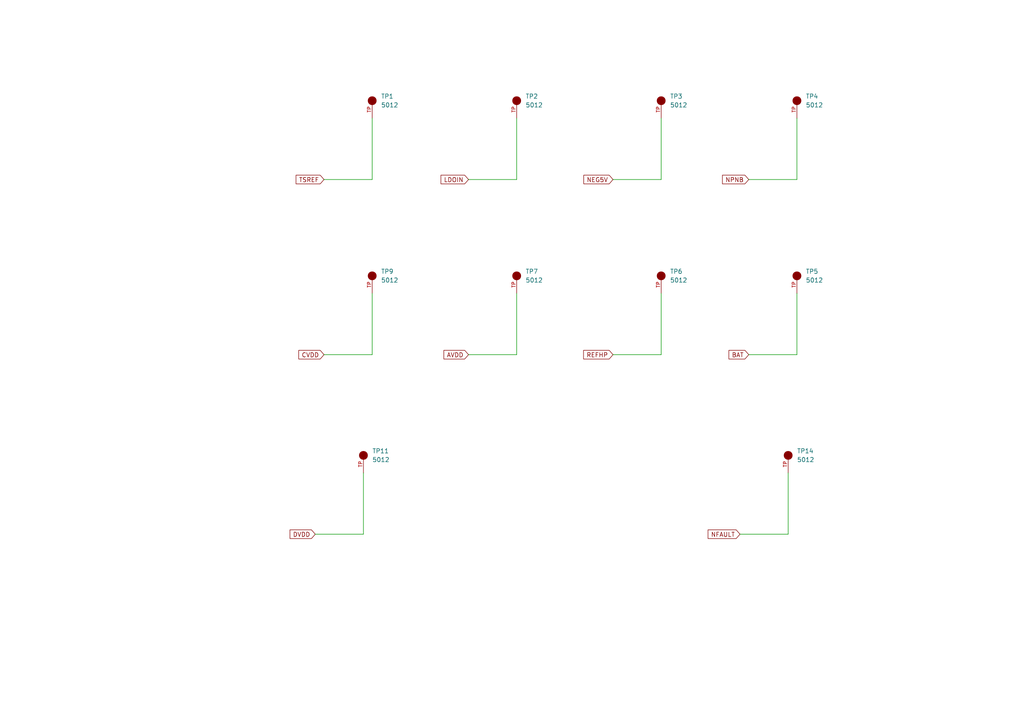
<source format=kicad_sch>
(kicad_sch
	(version 20231120)
	(generator "eeschema")
	(generator_version "8.0")
	(uuid "327a09c6-b285-4f6c-be87-704e843d6e15")
	(paper "A4")
	(lib_symbols
		(symbol "5012:5012"
			(pin_names
				(offset 1.016)
			)
			(exclude_from_sim no)
			(in_bom yes)
			(on_board yes)
			(property "Reference" "TP"
				(at -2.5444 2.5415 0)
				(effects
					(font
						(size 1.27 1.27)
					)
					(justify left bottom)
				)
			)
			(property "Value" "5012"
				(at -2.55 -5.0866 0)
				(effects
					(font
						(size 1.27 1.27)
					)
					(justify left bottom)
				)
			)
			(property "Footprint" "5012:TP_5012"
				(at 0 0 0)
				(effects
					(font
						(size 1.27 1.27)
					)
					(justify bottom)
					(hide yes)
				)
			)
			(property "Datasheet" ""
				(at 0 0 0)
				(effects
					(font
						(size 1.27 1.27)
					)
					(hide yes)
				)
			)
			(property "Description" ""
				(at 0 0 0)
				(effects
					(font
						(size 1.27 1.27)
					)
					(hide yes)
				)
			)
			(property "PARTREV" "F"
				(at 0 0 0)
				(effects
					(font
						(size 1.27 1.27)
					)
					(justify bottom)
					(hide yes)
				)
			)
			(property "SNAPEDA_PN" "5010"
				(at 0 0 0)
				(effects
					(font
						(size 1.27 1.27)
					)
					(justify bottom)
					(hide yes)
				)
			)
			(property "MANUFACTURER" "Keystone Electronics"
				(at 0 0 0)
				(effects
					(font
						(size 1.27 1.27)
					)
					(justify bottom)
					(hide yes)
				)
			)
			(property "MAXIMUM_PACKAGE_HEIGHT" "8.13 mm"
				(at 0 0 0)
				(effects
					(font
						(size 1.27 1.27)
					)
					(justify bottom)
					(hide yes)
				)
			)
			(property "STANDARD" "Manufacturer Recommendations"
				(at 0 0 0)
				(effects
					(font
						(size 1.27 1.27)
					)
					(justify bottom)
					(hide yes)
				)
			)
			(symbol "5012_0_0"
				(circle
					(center 0 0)
					(radius 0.635)
					(stroke
						(width 1.27)
						(type default)
					)
					(fill
						(type none)
					)
				)
				(pin passive line
					(at -5.08 0 0)
					(length 5.08)
					(name "~"
						(effects
							(font
								(size 1.016 1.016)
							)
						)
					)
					(number "TP"
						(effects
							(font
								(size 1.016 1.016)
							)
						)
					)
				)
			)
		)
	)
	(wire
		(pts
			(xy 228.6 137.16) (xy 228.6 154.94)
		)
		(stroke
			(width 0)
			(type default)
		)
		(uuid "1815d0b0-2095-48ec-8e01-22e9ba7450e7")
	)
	(wire
		(pts
			(xy 191.77 85.09) (xy 191.77 102.87)
		)
		(stroke
			(width 0)
			(type default)
		)
		(uuid "1872c6e0-7fda-4c67-b451-50d43bbd1627")
	)
	(wire
		(pts
			(xy 177.8 52.07) (xy 191.77 52.07)
		)
		(stroke
			(width 0)
			(type default)
		)
		(uuid "1d8ba67d-95a8-40cd-88d6-966ab9c36a16")
	)
	(wire
		(pts
			(xy 149.86 85.09) (xy 149.86 102.87)
		)
		(stroke
			(width 0)
			(type default)
		)
		(uuid "276c7ea2-1981-419b-ad57-de1f014612de")
	)
	(wire
		(pts
			(xy 105.41 137.16) (xy 105.41 154.94)
		)
		(stroke
			(width 0)
			(type default)
		)
		(uuid "2e609e31-6d43-49bd-a770-76b230ab24b4")
	)
	(wire
		(pts
			(xy 149.86 34.29) (xy 149.86 52.07)
		)
		(stroke
			(width 0)
			(type default)
		)
		(uuid "424ee8ce-99ea-4129-bd1e-98d1e10b0fba")
	)
	(wire
		(pts
			(xy 217.17 102.87) (xy 231.14 102.87)
		)
		(stroke
			(width 0)
			(type default)
		)
		(uuid "6e5cc190-43a0-4ff2-af0d-a253a2d0885c")
	)
	(wire
		(pts
			(xy 91.44 154.94) (xy 105.41 154.94)
		)
		(stroke
			(width 0)
			(type default)
		)
		(uuid "795bce4c-2f46-45f3-a6e4-73793117898e")
	)
	(wire
		(pts
			(xy 107.95 34.29) (xy 107.95 52.07)
		)
		(stroke
			(width 0)
			(type default)
		)
		(uuid "880aca7b-7a2c-4880-b2fc-c4791c7d2118")
	)
	(wire
		(pts
			(xy 135.89 102.87) (xy 149.86 102.87)
		)
		(stroke
			(width 0)
			(type default)
		)
		(uuid "8c60da18-45fb-42e9-b1a9-1d6451b669fa")
	)
	(wire
		(pts
			(xy 93.98 102.87) (xy 107.95 102.87)
		)
		(stroke
			(width 0)
			(type default)
		)
		(uuid "9ccb2ab2-66af-466e-bf11-1fa6bef0f7fa")
	)
	(wire
		(pts
			(xy 135.89 52.07) (xy 149.86 52.07)
		)
		(stroke
			(width 0)
			(type default)
		)
		(uuid "a8a00a49-a226-46bd-922d-bc14033e075c")
	)
	(wire
		(pts
			(xy 93.98 52.07) (xy 107.95 52.07)
		)
		(stroke
			(width 0)
			(type default)
		)
		(uuid "b098fd55-e8a4-4371-b36f-6ffbdcf6db5a")
	)
	(wire
		(pts
			(xy 217.17 52.07) (xy 231.14 52.07)
		)
		(stroke
			(width 0)
			(type default)
		)
		(uuid "bf1b2409-e0be-4697-829a-5a65da633e34")
	)
	(wire
		(pts
			(xy 231.14 34.29) (xy 231.14 52.07)
		)
		(stroke
			(width 0)
			(type default)
		)
		(uuid "c01e9539-3454-41f8-9d9c-a14085d4faa7")
	)
	(wire
		(pts
			(xy 177.8 102.87) (xy 191.77 102.87)
		)
		(stroke
			(width 0)
			(type default)
		)
		(uuid "d4a460db-c0c4-4557-bc0d-36acf3dcc8a9")
	)
	(wire
		(pts
			(xy 191.77 34.29) (xy 191.77 52.07)
		)
		(stroke
			(width 0)
			(type default)
		)
		(uuid "dc692ebc-2b32-4033-b636-bed40b5dba7f")
	)
	(wire
		(pts
			(xy 231.14 85.09) (xy 231.14 102.87)
		)
		(stroke
			(width 0)
			(type default)
		)
		(uuid "deaf328c-7906-4d9f-a3f2-990594f3b78c")
	)
	(wire
		(pts
			(xy 107.95 85.09) (xy 107.95 102.87)
		)
		(stroke
			(width 0)
			(type default)
		)
		(uuid "df314789-b8db-49dc-8c2d-376348146dfa")
	)
	(wire
		(pts
			(xy 214.63 154.94) (xy 228.6 154.94)
		)
		(stroke
			(width 0)
			(type default)
		)
		(uuid "f2f7e503-1305-447b-b4a5-8bd54e9a2f24")
	)
	(global_label "NPNB"
		(shape input)
		(at 217.17 52.07 180)
		(fields_autoplaced yes)
		(effects
			(font
				(size 1.27 1.27)
			)
			(justify right)
		)
		(uuid "12f96a74-4e45-4ffb-a7a1-b3f83a42d7b0")
		(property "Intersheetrefs" "${INTERSHEET_REFS}"
			(at 208.9838 52.07 0)
			(effects
				(font
					(size 1.27 1.27)
				)
				(justify right)
				(hide yes)
			)
		)
	)
	(global_label "AVDD"
		(shape input)
		(at 135.89 102.87 180)
		(fields_autoplaced yes)
		(effects
			(font
				(size 1.27 1.27)
			)
			(justify right)
		)
		(uuid "291fde33-7589-429c-ac35-637f9aa67ff5")
		(property "Intersheetrefs" "${INTERSHEET_REFS}"
			(at 128.1876 102.87 0)
			(effects
				(font
					(size 1.27 1.27)
				)
				(justify right)
				(hide yes)
			)
		)
	)
	(global_label "LDOIN"
		(shape input)
		(at 135.89 52.07 180)
		(fields_autoplaced yes)
		(effects
			(font
				(size 1.27 1.27)
			)
			(justify right)
		)
		(uuid "34ef0774-9758-41bf-b3fe-8321fe9684b0")
		(property "Intersheetrefs" "${INTERSHEET_REFS}"
			(at 127.3409 52.07 0)
			(effects
				(font
					(size 1.27 1.27)
				)
				(justify right)
				(hide yes)
			)
		)
	)
	(global_label "NEG5V"
		(shape input)
		(at 177.8 52.07 180)
		(fields_autoplaced yes)
		(effects
			(font
				(size 1.27 1.27)
			)
			(justify right)
		)
		(uuid "38efdae9-167e-4408-93d8-960c9c19e53e")
		(property "Intersheetrefs" "${INTERSHEET_REFS}"
			(at 168.7672 52.07 0)
			(effects
				(font
					(size 1.27 1.27)
				)
				(justify right)
				(hide yes)
			)
		)
	)
	(global_label "NFAULT"
		(shape input)
		(at 214.63 154.94 180)
		(fields_autoplaced yes)
		(effects
			(font
				(size 1.27 1.27)
			)
			(justify right)
		)
		(uuid "5ae58dfe-2e6d-4332-b6a2-19911584833e")
		(property "Intersheetrefs" "${INTERSHEET_REFS}"
			(at 204.8109 154.94 0)
			(effects
				(font
					(size 1.27 1.27)
				)
				(justify right)
				(hide yes)
			)
		)
	)
	(global_label "BAT"
		(shape input)
		(at 217.17 102.87 180)
		(fields_autoplaced yes)
		(effects
			(font
				(size 1.27 1.27)
			)
			(justify right)
		)
		(uuid "78422e68-488d-4b28-8ff0-7c6cc95bddf8")
		(property "Intersheetrefs" "${INTERSHEET_REFS}"
			(at 210.8586 102.87 0)
			(effects
				(font
					(size 1.27 1.27)
				)
				(justify right)
				(hide yes)
			)
		)
	)
	(global_label "DVDD"
		(shape input)
		(at 91.44 154.94 180)
		(fields_autoplaced yes)
		(effects
			(font
				(size 1.27 1.27)
			)
			(justify right)
		)
		(uuid "8af1ed53-3aa1-43d5-aa89-d8bff5a2ea08")
		(property "Intersheetrefs" "${INTERSHEET_REFS}"
			(at 83.5562 154.94 0)
			(effects
				(font
					(size 1.27 1.27)
				)
				(justify right)
				(hide yes)
			)
		)
	)
	(global_label "CVDD"
		(shape input)
		(at 93.98 102.87 180)
		(fields_autoplaced yes)
		(effects
			(font
				(size 1.27 1.27)
			)
			(justify right)
		)
		(uuid "a74aeeb5-15ab-46e8-af31-090c987b21f0")
		(property "Intersheetrefs" "${INTERSHEET_REFS}"
			(at 86.0962 102.87 0)
			(effects
				(font
					(size 1.27 1.27)
				)
				(justify right)
				(hide yes)
			)
		)
	)
	(global_label "REFHP"
		(shape input)
		(at 177.8 102.87 180)
		(fields_autoplaced yes)
		(effects
			(font
				(size 1.27 1.27)
			)
			(justify right)
		)
		(uuid "c135c9e8-53a1-4556-9467-48a1adab3252")
		(property "Intersheetrefs" "${INTERSHEET_REFS}"
			(at 168.7067 102.87 0)
			(effects
				(font
					(size 1.27 1.27)
				)
				(justify right)
				(hide yes)
			)
		)
	)
	(global_label "TSREF"
		(shape input)
		(at 93.98 52.07 180)
		(fields_autoplaced yes)
		(effects
			(font
				(size 1.27 1.27)
			)
			(justify right)
		)
		(uuid "dc2a0dcc-df31-400c-a22d-87a2f20b774c")
		(property "Intersheetrefs" "${INTERSHEET_REFS}"
			(at 85.3101 52.07 0)
			(effects
				(font
					(size 1.27 1.27)
				)
				(justify right)
				(hide yes)
			)
		)
	)
	(symbol
		(lib_id "5012:5012")
		(at 191.77 80.01 90)
		(unit 1)
		(exclude_from_sim no)
		(in_bom yes)
		(on_board yes)
		(dnp no)
		(fields_autoplaced yes)
		(uuid "2cfadf21-a619-4316-972f-ae8b4ce3681a")
		(property "Reference" "TP6"
			(at 194.31 78.7399 90)
			(effects
				(font
					(size 1.27 1.27)
				)
				(justify right)
			)
		)
		(property "Value" "5012"
			(at 194.31 81.2799 90)
			(effects
				(font
					(size 1.27 1.27)
				)
				(justify right)
			)
		)
		(property "Footprint" "5012:TP_5012"
			(at 191.77 80.01 0)
			(effects
				(font
					(size 1.27 1.27)
				)
				(justify bottom)
				(hide yes)
			)
		)
		(property "Datasheet" "https://www.keyelco.com/userAssets/file/M65p56.pdf"
			(at 191.77 80.01 0)
			(effects
				(font
					(size 1.27 1.27)
				)
				(hide yes)
			)
		)
		(property "Description" ""
			(at 191.77 80.01 0)
			(effects
				(font
					(size 1.27 1.27)
				)
				(hide yes)
			)
		)
		(property "PARTREV" "F"
			(at 191.77 80.01 0)
			(effects
				(font
					(size 1.27 1.27)
				)
				(justify bottom)
				(hide yes)
			)
		)
		(property "SNAPEDA_PN" "5010"
			(at 191.77 80.01 0)
			(effects
				(font
					(size 1.27 1.27)
				)
				(justify bottom)
				(hide yes)
			)
		)
		(property "MANUFACTURER" "Keystone Electronics"
			(at 191.77 80.01 0)
			(effects
				(font
					(size 1.27 1.27)
				)
				(justify bottom)
				(hide yes)
			)
		)
		(property "MAXIMUM_PACKAGE_HEIGHT" "8.13 mm"
			(at 191.77 80.01 0)
			(effects
				(font
					(size 1.27 1.27)
				)
				(justify bottom)
				(hide yes)
			)
		)
		(property "STANDARD" "Manufacturer Recommendations"
			(at 191.77 80.01 0)
			(effects
				(font
					(size 1.27 1.27)
				)
				(justify bottom)
				(hide yes)
			)
		)
		(property "Manufacturer Part Number" "5012"
			(at 191.77 80.01 0)
			(effects
				(font
					(size 1.27 1.27)
				)
				(hide yes)
			)
		)
		(pin "TP"
			(uuid "81cb68da-6f19-4940-b097-4f2dfb004b52")
		)
		(instances
			(project "Project63_BMS_DaughterBoard"
				(path "/325b096d-8e4c-4cdc-b4c5-634ea5e73c60/f572dc6c-083b-4ebc-8b73-cb14171a47f1"
					(reference "TP6")
					(unit 1)
				)
			)
		)
	)
	(symbol
		(lib_id "5012:5012")
		(at 107.95 29.21 90)
		(unit 1)
		(exclude_from_sim no)
		(in_bom yes)
		(on_board yes)
		(dnp no)
		(fields_autoplaced yes)
		(uuid "2e1056b5-50c9-498f-b142-f26a9b831dee")
		(property "Reference" "TP1"
			(at 110.49 27.9399 90)
			(effects
				(font
					(size 1.27 1.27)
				)
				(justify right)
			)
		)
		(property "Value" "5012"
			(at 110.49 30.4799 90)
			(effects
				(font
					(size 1.27 1.27)
				)
				(justify right)
			)
		)
		(property "Footprint" "5012:TP_5012"
			(at 107.95 29.21 0)
			(effects
				(font
					(size 1.27 1.27)
				)
				(justify bottom)
				(hide yes)
			)
		)
		(property "Datasheet" "https://www.keyelco.com/userAssets/file/M65p56.pdf"
			(at 107.95 29.21 0)
			(effects
				(font
					(size 1.27 1.27)
				)
				(hide yes)
			)
		)
		(property "Description" ""
			(at 107.95 29.21 0)
			(effects
				(font
					(size 1.27 1.27)
				)
				(hide yes)
			)
		)
		(property "PARTREV" "F"
			(at 107.95 29.21 0)
			(effects
				(font
					(size 1.27 1.27)
				)
				(justify bottom)
				(hide yes)
			)
		)
		(property "SNAPEDA_PN" "5010"
			(at 107.95 29.21 0)
			(effects
				(font
					(size 1.27 1.27)
				)
				(justify bottom)
				(hide yes)
			)
		)
		(property "MANUFACTURER" "Keystone Electronics"
			(at 107.95 29.21 0)
			(effects
				(font
					(size 1.27 1.27)
				)
				(justify bottom)
				(hide yes)
			)
		)
		(property "MAXIMUM_PACKAGE_HEIGHT" "8.13 mm"
			(at 107.95 29.21 0)
			(effects
				(font
					(size 1.27 1.27)
				)
				(justify bottom)
				(hide yes)
			)
		)
		(property "STANDARD" "Manufacturer Recommendations"
			(at 107.95 29.21 0)
			(effects
				(font
					(size 1.27 1.27)
				)
				(justify bottom)
				(hide yes)
			)
		)
		(property "Manufacturer Part Number" "5012"
			(at 107.95 29.21 0)
			(effects
				(font
					(size 1.27 1.27)
				)
				(hide yes)
			)
		)
		(pin "TP"
			(uuid "c7ddf0f5-b990-4fed-ac50-355a0daa75af")
		)
		(instances
			(project "Project63_BMS_DaughterBoard"
				(path "/325b096d-8e4c-4cdc-b4c5-634ea5e73c60/f572dc6c-083b-4ebc-8b73-cb14171a47f1"
					(reference "TP1")
					(unit 1)
				)
			)
		)
	)
	(symbol
		(lib_id "5012:5012")
		(at 231.14 80.01 90)
		(unit 1)
		(exclude_from_sim no)
		(in_bom yes)
		(on_board yes)
		(dnp no)
		(fields_autoplaced yes)
		(uuid "3ce0b526-91b5-4bbe-a1a1-d1471f687ba2")
		(property "Reference" "TP5"
			(at 233.68 78.7399 90)
			(effects
				(font
					(size 1.27 1.27)
				)
				(justify right)
			)
		)
		(property "Value" "5012"
			(at 233.68 81.2799 90)
			(effects
				(font
					(size 1.27 1.27)
				)
				(justify right)
			)
		)
		(property "Footprint" "5012:TP_5012"
			(at 231.14 80.01 0)
			(effects
				(font
					(size 1.27 1.27)
				)
				(justify bottom)
				(hide yes)
			)
		)
		(property "Datasheet" "https://www.keyelco.com/userAssets/file/M65p56.pdf"
			(at 231.14 80.01 0)
			(effects
				(font
					(size 1.27 1.27)
				)
				(hide yes)
			)
		)
		(property "Description" ""
			(at 231.14 80.01 0)
			(effects
				(font
					(size 1.27 1.27)
				)
				(hide yes)
			)
		)
		(property "PARTREV" "F"
			(at 231.14 80.01 0)
			(effects
				(font
					(size 1.27 1.27)
				)
				(justify bottom)
				(hide yes)
			)
		)
		(property "SNAPEDA_PN" "5010"
			(at 231.14 80.01 0)
			(effects
				(font
					(size 1.27 1.27)
				)
				(justify bottom)
				(hide yes)
			)
		)
		(property "MANUFACTURER" "Keystone Electronics"
			(at 231.14 80.01 0)
			(effects
				(font
					(size 1.27 1.27)
				)
				(justify bottom)
				(hide yes)
			)
		)
		(property "MAXIMUM_PACKAGE_HEIGHT" "8.13 mm"
			(at 231.14 80.01 0)
			(effects
				(font
					(size 1.27 1.27)
				)
				(justify bottom)
				(hide yes)
			)
		)
		(property "STANDARD" "Manufacturer Recommendations"
			(at 231.14 80.01 0)
			(effects
				(font
					(size 1.27 1.27)
				)
				(justify bottom)
				(hide yes)
			)
		)
		(property "Manufacturer Part Number" "5012"
			(at 231.14 80.01 0)
			(effects
				(font
					(size 1.27 1.27)
				)
				(hide yes)
			)
		)
		(pin "TP"
			(uuid "c6a27af8-aad8-4c67-a7d1-54e079b27086")
		)
		(instances
			(project "Project63_BMS_DaughterBoard"
				(path "/325b096d-8e4c-4cdc-b4c5-634ea5e73c60/f572dc6c-083b-4ebc-8b73-cb14171a47f1"
					(reference "TP5")
					(unit 1)
				)
			)
		)
	)
	(symbol
		(lib_id "5012:5012")
		(at 228.6 132.08 90)
		(unit 1)
		(exclude_from_sim no)
		(in_bom yes)
		(on_board yes)
		(dnp no)
		(fields_autoplaced yes)
		(uuid "6d66b7ec-4b92-41ba-ac0e-7728b1ddc497")
		(property "Reference" "TP14"
			(at 231.14 130.8099 90)
			(effects
				(font
					(size 1.27 1.27)
				)
				(justify right)
			)
		)
		(property "Value" "5012"
			(at 231.14 133.3499 90)
			(effects
				(font
					(size 1.27 1.27)
				)
				(justify right)
			)
		)
		(property "Footprint" "5012:TP_5012"
			(at 228.6 132.08 0)
			(effects
				(font
					(size 1.27 1.27)
				)
				(justify bottom)
				(hide yes)
			)
		)
		(property "Datasheet" "https://www.keyelco.com/userAssets/file/M65p56.pdf"
			(at 228.6 132.08 0)
			(effects
				(font
					(size 1.27 1.27)
				)
				(hide yes)
			)
		)
		(property "Description" ""
			(at 228.6 132.08 0)
			(effects
				(font
					(size 1.27 1.27)
				)
				(hide yes)
			)
		)
		(property "PARTREV" "F"
			(at 228.6 132.08 0)
			(effects
				(font
					(size 1.27 1.27)
				)
				(justify bottom)
				(hide yes)
			)
		)
		(property "SNAPEDA_PN" "5010"
			(at 228.6 132.08 0)
			(effects
				(font
					(size 1.27 1.27)
				)
				(justify bottom)
				(hide yes)
			)
		)
		(property "MANUFACTURER" "Keystone Electronics"
			(at 228.6 132.08 0)
			(effects
				(font
					(size 1.27 1.27)
				)
				(justify bottom)
				(hide yes)
			)
		)
		(property "MAXIMUM_PACKAGE_HEIGHT" "8.13 mm"
			(at 228.6 132.08 0)
			(effects
				(font
					(size 1.27 1.27)
				)
				(justify bottom)
				(hide yes)
			)
		)
		(property "STANDARD" "Manufacturer Recommendations"
			(at 228.6 132.08 0)
			(effects
				(font
					(size 1.27 1.27)
				)
				(justify bottom)
				(hide yes)
			)
		)
		(property "Manufacturer Part Number" "5012"
			(at 228.6 132.08 0)
			(effects
				(font
					(size 1.27 1.27)
				)
				(hide yes)
			)
		)
		(pin "TP"
			(uuid "ef85d7b0-c40d-4db8-892f-9685a23afc18")
		)
		(instances
			(project "Project63_BMS_DaughterBoard"
				(path "/325b096d-8e4c-4cdc-b4c5-634ea5e73c60/f572dc6c-083b-4ebc-8b73-cb14171a47f1"
					(reference "TP14")
					(unit 1)
				)
			)
		)
	)
	(symbol
		(lib_id "5012:5012")
		(at 149.86 29.21 90)
		(unit 1)
		(exclude_from_sim no)
		(in_bom yes)
		(on_board yes)
		(dnp no)
		(fields_autoplaced yes)
		(uuid "72667433-5c8c-4c25-90d2-702e3b8996d4")
		(property "Reference" "TP2"
			(at 152.4 27.9399 90)
			(effects
				(font
					(size 1.27 1.27)
				)
				(justify right)
			)
		)
		(property "Value" "5012"
			(at 152.4 30.4799 90)
			(effects
				(font
					(size 1.27 1.27)
				)
				(justify right)
			)
		)
		(property "Footprint" "5012:TP_5012"
			(at 149.86 29.21 0)
			(effects
				(font
					(size 1.27 1.27)
				)
				(justify bottom)
				(hide yes)
			)
		)
		(property "Datasheet" "https://www.keyelco.com/userAssets/file/M65p56.pdf"
			(at 149.86 29.21 0)
			(effects
				(font
					(size 1.27 1.27)
				)
				(hide yes)
			)
		)
		(property "Description" ""
			(at 149.86 29.21 0)
			(effects
				(font
					(size 1.27 1.27)
				)
				(hide yes)
			)
		)
		(property "PARTREV" "F"
			(at 149.86 29.21 0)
			(effects
				(font
					(size 1.27 1.27)
				)
				(justify bottom)
				(hide yes)
			)
		)
		(property "SNAPEDA_PN" "5010"
			(at 149.86 29.21 0)
			(effects
				(font
					(size 1.27 1.27)
				)
				(justify bottom)
				(hide yes)
			)
		)
		(property "MANUFACTURER" "Keystone Electronics"
			(at 149.86 29.21 0)
			(effects
				(font
					(size 1.27 1.27)
				)
				(justify bottom)
				(hide yes)
			)
		)
		(property "MAXIMUM_PACKAGE_HEIGHT" "8.13 mm"
			(at 149.86 29.21 0)
			(effects
				(font
					(size 1.27 1.27)
				)
				(justify bottom)
				(hide yes)
			)
		)
		(property "STANDARD" "Manufacturer Recommendations"
			(at 149.86 29.21 0)
			(effects
				(font
					(size 1.27 1.27)
				)
				(justify bottom)
				(hide yes)
			)
		)
		(property "Manufacturer Part Number" "5012"
			(at 149.86 29.21 0)
			(effects
				(font
					(size 1.27 1.27)
				)
				(hide yes)
			)
		)
		(pin "TP"
			(uuid "8ef281a6-147b-4196-b09a-d74484515ab9")
		)
		(instances
			(project "Project63_BMS_DaughterBoard"
				(path "/325b096d-8e4c-4cdc-b4c5-634ea5e73c60/f572dc6c-083b-4ebc-8b73-cb14171a47f1"
					(reference "TP2")
					(unit 1)
				)
			)
		)
	)
	(symbol
		(lib_id "5012:5012")
		(at 107.95 80.01 90)
		(unit 1)
		(exclude_from_sim no)
		(in_bom yes)
		(on_board yes)
		(dnp no)
		(fields_autoplaced yes)
		(uuid "a38b7e62-02e6-4891-bdf5-b2e4b824a0ed")
		(property "Reference" "TP9"
			(at 110.49 78.7399 90)
			(effects
				(font
					(size 1.27 1.27)
				)
				(justify right)
			)
		)
		(property "Value" "5012"
			(at 110.49 81.2799 90)
			(effects
				(font
					(size 1.27 1.27)
				)
				(justify right)
			)
		)
		(property "Footprint" "5012:TP_5012"
			(at 107.95 80.01 0)
			(effects
				(font
					(size 1.27 1.27)
				)
				(justify bottom)
				(hide yes)
			)
		)
		(property "Datasheet" "https://www.keyelco.com/userAssets/file/M65p56.pdf"
			(at 107.95 80.01 0)
			(effects
				(font
					(size 1.27 1.27)
				)
				(hide yes)
			)
		)
		(property "Description" ""
			(at 107.95 80.01 0)
			(effects
				(font
					(size 1.27 1.27)
				)
				(hide yes)
			)
		)
		(property "PARTREV" "F"
			(at 107.95 80.01 0)
			(effects
				(font
					(size 1.27 1.27)
				)
				(justify bottom)
				(hide yes)
			)
		)
		(property "SNAPEDA_PN" "5010"
			(at 107.95 80.01 0)
			(effects
				(font
					(size 1.27 1.27)
				)
				(justify bottom)
				(hide yes)
			)
		)
		(property "MANUFACTURER" "Keystone Electronics"
			(at 107.95 80.01 0)
			(effects
				(font
					(size 1.27 1.27)
				)
				(justify bottom)
				(hide yes)
			)
		)
		(property "MAXIMUM_PACKAGE_HEIGHT" "8.13 mm"
			(at 107.95 80.01 0)
			(effects
				(font
					(size 1.27 1.27)
				)
				(justify bottom)
				(hide yes)
			)
		)
		(property "STANDARD" "Manufacturer Recommendations"
			(at 107.95 80.01 0)
			(effects
				(font
					(size 1.27 1.27)
				)
				(justify bottom)
				(hide yes)
			)
		)
		(property "Manufacturer Part Number" "5012"
			(at 107.95 80.01 0)
			(effects
				(font
					(size 1.27 1.27)
				)
				(hide yes)
			)
		)
		(pin "TP"
			(uuid "980462f9-73f1-4e69-84d6-5ee36f2dc1ec")
		)
		(instances
			(project "Project63_BMS_DaughterBoard"
				(path "/325b096d-8e4c-4cdc-b4c5-634ea5e73c60/f572dc6c-083b-4ebc-8b73-cb14171a47f1"
					(reference "TP9")
					(unit 1)
				)
			)
		)
	)
	(symbol
		(lib_id "5012:5012")
		(at 191.77 29.21 90)
		(unit 1)
		(exclude_from_sim no)
		(in_bom yes)
		(on_board yes)
		(dnp no)
		(fields_autoplaced yes)
		(uuid "bf2be4a1-af21-4b3a-a445-495a8fe8bfa2")
		(property "Reference" "TP3"
			(at 194.31 27.9399 90)
			(effects
				(font
					(size 1.27 1.27)
				)
				(justify right)
			)
		)
		(property "Value" "5012"
			(at 194.31 30.4799 90)
			(effects
				(font
					(size 1.27 1.27)
				)
				(justify right)
			)
		)
		(property "Footprint" "5012:TP_5012"
			(at 191.77 29.21 0)
			(effects
				(font
					(size 1.27 1.27)
				)
				(justify bottom)
				(hide yes)
			)
		)
		(property "Datasheet" "https://www.keyelco.com/userAssets/file/M65p56.pdf"
			(at 191.77 29.21 0)
			(effects
				(font
					(size 1.27 1.27)
				)
				(hide yes)
			)
		)
		(property "Description" ""
			(at 191.77 29.21 0)
			(effects
				(font
					(size 1.27 1.27)
				)
				(hide yes)
			)
		)
		(property "PARTREV" "F"
			(at 191.77 29.21 0)
			(effects
				(font
					(size 1.27 1.27)
				)
				(justify bottom)
				(hide yes)
			)
		)
		(property "SNAPEDA_PN" "5010"
			(at 191.77 29.21 0)
			(effects
				(font
					(size 1.27 1.27)
				)
				(justify bottom)
				(hide yes)
			)
		)
		(property "MANUFACTURER" "Keystone Electronics"
			(at 191.77 29.21 0)
			(effects
				(font
					(size 1.27 1.27)
				)
				(justify bottom)
				(hide yes)
			)
		)
		(property "MAXIMUM_PACKAGE_HEIGHT" "8.13 mm"
			(at 191.77 29.21 0)
			(effects
				(font
					(size 1.27 1.27)
				)
				(justify bottom)
				(hide yes)
			)
		)
		(property "STANDARD" "Manufacturer Recommendations"
			(at 191.77 29.21 0)
			(effects
				(font
					(size 1.27 1.27)
				)
				(justify bottom)
				(hide yes)
			)
		)
		(property "Manufacturer Part Number" "5012"
			(at 191.77 29.21 0)
			(effects
				(font
					(size 1.27 1.27)
				)
				(hide yes)
			)
		)
		(pin "TP"
			(uuid "07914d26-7fe0-46a2-a057-82c02df4c2f0")
		)
		(instances
			(project "Project63_BMS_DaughterBoard"
				(path "/325b096d-8e4c-4cdc-b4c5-634ea5e73c60/f572dc6c-083b-4ebc-8b73-cb14171a47f1"
					(reference "TP3")
					(unit 1)
				)
			)
		)
	)
	(symbol
		(lib_id "5012:5012")
		(at 105.41 132.08 90)
		(unit 1)
		(exclude_from_sim no)
		(in_bom yes)
		(on_board yes)
		(dnp no)
		(fields_autoplaced yes)
		(uuid "d3c978a8-6b27-4f08-b6a1-4cfc56baa590")
		(property "Reference" "TP11"
			(at 107.95 130.8099 90)
			(effects
				(font
					(size 1.27 1.27)
				)
				(justify right)
			)
		)
		(property "Value" "5012"
			(at 107.95 133.3499 90)
			(effects
				(font
					(size 1.27 1.27)
				)
				(justify right)
			)
		)
		(property "Footprint" "5012:TP_5012"
			(at 105.41 132.08 0)
			(effects
				(font
					(size 1.27 1.27)
				)
				(justify bottom)
				(hide yes)
			)
		)
		(property "Datasheet" "https://www.keyelco.com/userAssets/file/M65p56.pdf"
			(at 105.41 132.08 0)
			(effects
				(font
					(size 1.27 1.27)
				)
				(hide yes)
			)
		)
		(property "Description" ""
			(at 105.41 132.08 0)
			(effects
				(font
					(size 1.27 1.27)
				)
				(hide yes)
			)
		)
		(property "PARTREV" "F"
			(at 105.41 132.08 0)
			(effects
				(font
					(size 1.27 1.27)
				)
				(justify bottom)
				(hide yes)
			)
		)
		(property "SNAPEDA_PN" "5010"
			(at 105.41 132.08 0)
			(effects
				(font
					(size 1.27 1.27)
				)
				(justify bottom)
				(hide yes)
			)
		)
		(property "MANUFACTURER" "Keystone Electronics"
			(at 105.41 132.08 0)
			(effects
				(font
					(size 1.27 1.27)
				)
				(justify bottom)
				(hide yes)
			)
		)
		(property "MAXIMUM_PACKAGE_HEIGHT" "8.13 mm"
			(at 105.41 132.08 0)
			(effects
				(font
					(size 1.27 1.27)
				)
				(justify bottom)
				(hide yes)
			)
		)
		(property "STANDARD" "Manufacturer Recommendations"
			(at 105.41 132.08 0)
			(effects
				(font
					(size 1.27 1.27)
				)
				(justify bottom)
				(hide yes)
			)
		)
		(property "Manufacturer Part Number" "5012"
			(at 105.41 132.08 0)
			(effects
				(font
					(size 1.27 1.27)
				)
				(hide yes)
			)
		)
		(pin "TP"
			(uuid "d0848584-0476-47f9-bcb9-fcb6e280b9db")
		)
		(instances
			(project "Project63_BMS_DaughterBoard"
				(path "/325b096d-8e4c-4cdc-b4c5-634ea5e73c60/f572dc6c-083b-4ebc-8b73-cb14171a47f1"
					(reference "TP11")
					(unit 1)
				)
			)
		)
	)
	(symbol
		(lib_id "5012:5012")
		(at 231.14 29.21 90)
		(unit 1)
		(exclude_from_sim no)
		(in_bom yes)
		(on_board yes)
		(dnp no)
		(fields_autoplaced yes)
		(uuid "dcc95835-927e-4ec9-86f5-ea0dd3a098e3")
		(property "Reference" "TP4"
			(at 233.68 27.9399 90)
			(effects
				(font
					(size 1.27 1.27)
				)
				(justify right)
			)
		)
		(property "Value" "5012"
			(at 233.68 30.4799 90)
			(effects
				(font
					(size 1.27 1.27)
				)
				(justify right)
			)
		)
		(property "Footprint" "5012:TP_5012"
			(at 231.14 29.21 0)
			(effects
				(font
					(size 1.27 1.27)
				)
				(justify bottom)
				(hide yes)
			)
		)
		(property "Datasheet" "https://www.keyelco.com/userAssets/file/M65p56.pdf"
			(at 231.14 29.21 0)
			(effects
				(font
					(size 1.27 1.27)
				)
				(hide yes)
			)
		)
		(property "Description" ""
			(at 231.14 29.21 0)
			(effects
				(font
					(size 1.27 1.27)
				)
				(hide yes)
			)
		)
		(property "PARTREV" "F"
			(at 231.14 29.21 0)
			(effects
				(font
					(size 1.27 1.27)
				)
				(justify bottom)
				(hide yes)
			)
		)
		(property "SNAPEDA_PN" "5010"
			(at 231.14 29.21 0)
			(effects
				(font
					(size 1.27 1.27)
				)
				(justify bottom)
				(hide yes)
			)
		)
		(property "MANUFACTURER" "Keystone Electronics"
			(at 231.14 29.21 0)
			(effects
				(font
					(size 1.27 1.27)
				)
				(justify bottom)
				(hide yes)
			)
		)
		(property "MAXIMUM_PACKAGE_HEIGHT" "8.13 mm"
			(at 231.14 29.21 0)
			(effects
				(font
					(size 1.27 1.27)
				)
				(justify bottom)
				(hide yes)
			)
		)
		(property "STANDARD" "Manufacturer Recommendations"
			(at 231.14 29.21 0)
			(effects
				(font
					(size 1.27 1.27)
				)
				(justify bottom)
				(hide yes)
			)
		)
		(property "Manufacturer Part Number" "5012"
			(at 231.14 29.21 0)
			(effects
				(font
					(size 1.27 1.27)
				)
				(hide yes)
			)
		)
		(pin "TP"
			(uuid "81469b37-b99d-4d5b-9ffe-e5937adabdb1")
		)
		(instances
			(project "Project63_BMS_DaughterBoard"
				(path "/325b096d-8e4c-4cdc-b4c5-634ea5e73c60/f572dc6c-083b-4ebc-8b73-cb14171a47f1"
					(reference "TP4")
					(unit 1)
				)
			)
		)
	)
	(symbol
		(lib_id "5012:5012")
		(at 149.86 80.01 90)
		(unit 1)
		(exclude_from_sim no)
		(in_bom yes)
		(on_board yes)
		(dnp no)
		(fields_autoplaced yes)
		(uuid "e33966f2-d967-4f7f-9739-ad505a2a71ec")
		(property "Reference" "TP7"
			(at 152.4 78.7399 90)
			(effects
				(font
					(size 1.27 1.27)
				)
				(justify right)
			)
		)
		(property "Value" "5012"
			(at 152.4 81.2799 90)
			(effects
				(font
					(size 1.27 1.27)
				)
				(justify right)
			)
		)
		(property "Footprint" "5012:TP_5012"
			(at 149.86 80.01 0)
			(effects
				(font
					(size 1.27 1.27)
				)
				(justify bottom)
				(hide yes)
			)
		)
		(property "Datasheet" "https://www.keyelco.com/userAssets/file/M65p56.pdf"
			(at 149.86 80.01 0)
			(effects
				(font
					(size 1.27 1.27)
				)
				(hide yes)
			)
		)
		(property "Description" ""
			(at 149.86 80.01 0)
			(effects
				(font
					(size 1.27 1.27)
				)
				(hide yes)
			)
		)
		(property "PARTREV" "F"
			(at 149.86 80.01 0)
			(effects
				(font
					(size 1.27 1.27)
				)
				(justify bottom)
				(hide yes)
			)
		)
		(property "SNAPEDA_PN" "5010"
			(at 149.86 80.01 0)
			(effects
				(font
					(size 1.27 1.27)
				)
				(justify bottom)
				(hide yes)
			)
		)
		(property "MANUFACTURER" "Keystone Electronics"
			(at 149.86 80.01 0)
			(effects
				(font
					(size 1.27 1.27)
				)
				(justify bottom)
				(hide yes)
			)
		)
		(property "MAXIMUM_PACKAGE_HEIGHT" "8.13 mm"
			(at 149.86 80.01 0)
			(effects
				(font
					(size 1.27 1.27)
				)
				(justify bottom)
				(hide yes)
			)
		)
		(property "STANDARD" "Manufacturer Recommendations"
			(at 149.86 80.01 0)
			(effects
				(font
					(size 1.27 1.27)
				)
				(justify bottom)
				(hide yes)
			)
		)
		(property "Manufacturer Part Number" "5012"
			(at 149.86 80.01 0)
			(effects
				(font
					(size 1.27 1.27)
				)
				(hide yes)
			)
		)
		(pin "TP"
			(uuid "360b201f-310b-4bd3-8372-eafd8c4d9159")
		)
		(instances
			(project "Project63_BMS_DaughterBoard"
				(path "/325b096d-8e4c-4cdc-b4c5-634ea5e73c60/f572dc6c-083b-4ebc-8b73-cb14171a47f1"
					(reference "TP7")
					(unit 1)
				)
			)
		)
	)
)
</source>
